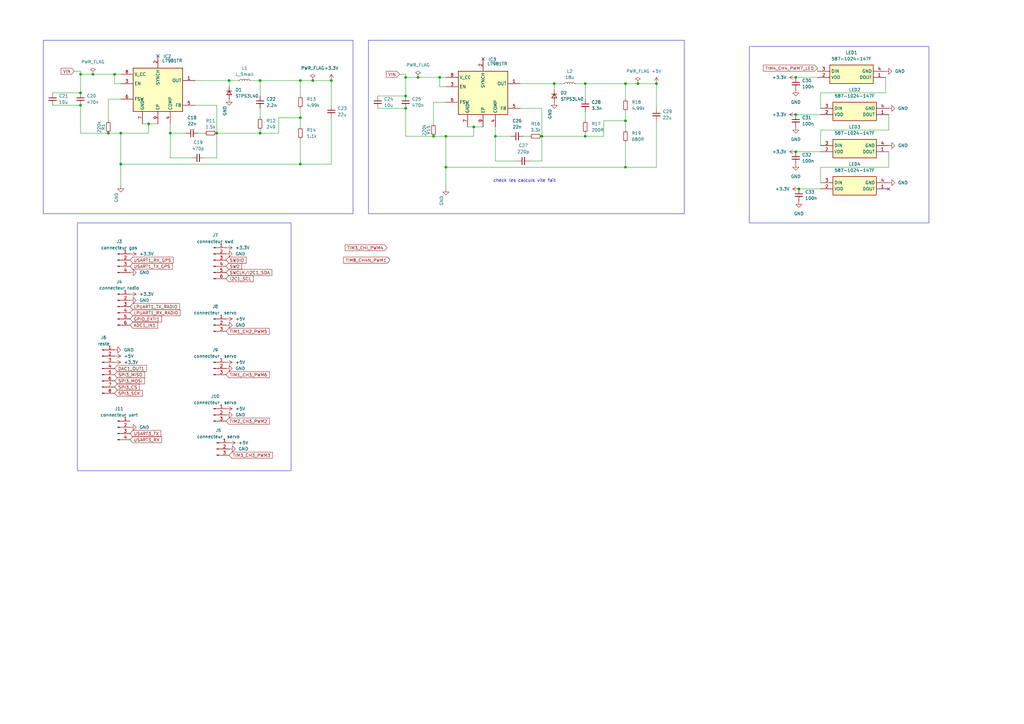
<source format=kicad_sch>
(kicad_sch (version 20231120) (generator "eeschema") (generator_version "8.0")
  (paper "A3")
  (lib_symbols
    (symbol "Connector:Conn_01x03_Pin" (pin_names (offset 1.016) hide)
      (property "Reference" "J" (at 0 5.08 0))
      (property "Value" "Conn_01x03_Pin" (at 0 -5.08 0))
      (symbol "Conn_01x03_Pin_1_1"
        (polyline (pts (xy 1.27 -2.54) (xy 0.8636 -2.54)) (stroke (width 0.1524)))
        (polyline (pts (xy 1.27 0) (xy 0.8636 0)) (stroke (width 0.1524)))
        (polyline (pts (xy 1.27 2.54) (xy 0.8636 2.54)) (stroke (width 0.1524)))
        (rectangle (start 0.8636 -2.413) (end 0 -2.667) (stroke (width 0.1524)) (fill (type outline)))
        (rectangle (start 0.8636 0.127) (end 0 -0.127) (stroke (width 0.1524)) (fill (type outline)))
        (rectangle (start 0.8636 2.667) (end 0 2.413) (stroke (width 0.1524)) (fill (type outline)))
        (pin passive line (at 5.08 2.54 180) (length 3.81) (name "Pin_1") (number "1"))
        (pin passive line (at 5.08 0 180) (length 3.81) (name "Pin_2") (number "2"))
        (pin passive line (at 5.08 -2.54 180) (length 3.81) (name "Pin_3") (number "3"))
      )
    )
    (symbol "Connector:Conn_01x04_Pin" (pin_names (offset 1.016) hide)
      (property "Reference" "J" (at 0 5.08 0))
      (property "Value" "Conn_01x04_Pin" (at 0 -7.62 0))
      (symbol "Conn_01x04_Pin_1_1"
        (polyline (pts (xy 1.27 -5.08) (xy 0.8636 -5.08)) (stroke (width 0.1524)))
        (polyline (pts (xy 1.27 -2.54) (xy 0.8636 -2.54)) (stroke (width 0.1524)))
        (polyline (pts (xy 1.27 0) (xy 0.8636 0)) (stroke (width 0.1524)))
        (polyline (pts (xy 1.27 2.54) (xy 0.8636 2.54)) (stroke (width 0.1524)))
        (rectangle (start 0.8636 -4.953) (end 0 -5.207) (stroke (width 0.1524)) (fill (type outline)))
        (rectangle (start 0.8636 -2.413) (end 0 -2.667) (stroke (width 0.1524)) (fill (type outline)))
        (rectangle (start 0.8636 0.127) (end 0 -0.127) (stroke (width 0.1524)) (fill (type outline)))
        (rectangle (start 0.8636 2.667) (end 0 2.413) (stroke (width 0.1524)) (fill (type outline)))
        (pin passive line (at 5.08 2.54 180) (length 3.81) (name "Pin_1") (number "1"))
        (pin passive line (at 5.08 0 180) (length 3.81) (name "Pin_2") (number "2"))
        (pin passive line (at 5.08 -2.54 180) (length 3.81) (name "Pin_3") (number "3"))
        (pin passive line (at 5.08 -5.08 180) (length 3.81) (name "Pin_4") (number "4"))
      )
    )
    (symbol "Connector:Conn_01x06_Pin" (pin_names (offset 1.016) hide)
      (property "Reference" "J" (at 0 7.62 0))
      (property "Value" "Conn_01x06_Pin" (at 0 -10.16 0))
      (symbol "Conn_01x06_Pin_1_1"
        (polyline (pts (xy 1.27 -7.62) (xy 0.8636 -7.62)) (stroke (width 0.1524)))
        (polyline (pts (xy 1.27 -5.08) (xy 0.8636 -5.08)) (stroke (width 0.1524)))
        (polyline (pts (xy 1.27 -2.54) (xy 0.8636 -2.54)) (stroke (width 0.1524)))
        (polyline (pts (xy 1.27 0) (xy 0.8636 0)) (stroke (width 0.1524)))
        (polyline (pts (xy 1.27 2.54) (xy 0.8636 2.54)) (stroke (width 0.1524)))
        (polyline (pts (xy 1.27 5.08) (xy 0.8636 5.08)) (stroke (width 0.1524)))
        (rectangle (start 0.8636 -7.493) (end 0 -7.747) (stroke (width 0.1524)) (fill (type outline)))
        (rectangle (start 0.8636 -4.953) (end 0 -5.207) (stroke (width 0.1524)) (fill (type outline)))
        (rectangle (start 0.8636 -2.413) (end 0 -2.667) (stroke (width 0.1524)) (fill (type outline)))
        (rectangle (start 0.8636 0.127) (end 0 -0.127) (stroke (width 0.1524)) (fill (type outline)))
        (rectangle (start 0.8636 2.667) (end 0 2.413) (stroke (width 0.1524)) (fill (type outline)))
        (rectangle (start 0.8636 5.207) (end 0 4.953) (stroke (width 0.1524)) (fill (type outline)))
        (pin passive line (at 5.08 5.08 180) (length 3.81) (name "Pin_1") (number "1"))
        (pin passive line (at 5.08 2.54 180) (length 3.81) (name "Pin_2") (number "2"))
        (pin passive line (at 5.08 0 180) (length 3.81) (name "Pin_3") (number "3"))
        (pin passive line (at 5.08 -2.54 180) (length 3.81) (name "Pin_4") (number "4"))
        (pin passive line (at 5.08 -5.08 180) (length 3.81) (name "Pin_5") (number "5"))
        (pin passive line (at 5.08 -7.62 180) (length 3.81) (name "Pin_6") (number "6"))
      )
    )
    (symbol "Connector:Conn_01x08_Pin" (pin_names (offset 1.016) hide)
      (property "Reference" "J" (at 0 10.16 0))
      (property "Value" "Conn_01x08_Pin" (at 0 -12.7 0))
      (symbol "Conn_01x08_Pin_1_1"
        (polyline (pts (xy 1.27 -10.16) (xy 0.8636 -10.16)) (stroke (width 0.1524)))
        (polyline (pts (xy 1.27 -7.62) (xy 0.8636 -7.62)) (stroke (width 0.1524)))
        (polyline (pts (xy 1.27 -5.08) (xy 0.8636 -5.08)) (stroke (width 0.1524)))
        (polyline (pts (xy 1.27 -2.54) (xy 0.8636 -2.54)) (stroke (width 0.1524)))
        (polyline (pts (xy 1.27 0) (xy 0.8636 0)) (stroke (width 0.1524)))
        (polyline (pts (xy 1.27 2.54) (xy 0.8636 2.54)) (stroke (width 0.1524)))
        (polyline (pts (xy 1.27 5.08) (xy 0.8636 5.08)) (stroke (width 0.1524)))
        (polyline (pts (xy 1.27 7.62) (xy 0.8636 7.62)) (stroke (width 0.1524)))
        (rectangle (start 0.8636 -10.033) (end 0 -10.287) (stroke (width 0.1524)) (fill (type outline)))
        (rectangle (start 0.8636 -7.493) (end 0 -7.747) (stroke (width 0.1524)) (fill (type outline)))
        (rectangle (start 0.8636 -4.953) (end 0 -5.207) (stroke (width 0.1524)) (fill (type outline)))
        (rectangle (start 0.8636 -2.413) (end 0 -2.667) (stroke (width 0.1524)) (fill (type outline)))
        (rectangle (start 0.8636 0.127) (end 0 -0.127) (stroke (width 0.1524)) (fill (type outline)))
        (rectangle (start 0.8636 2.667) (end 0 2.413) (stroke (width 0.1524)) (fill (type outline)))
        (rectangle (start 0.8636 5.207) (end 0 4.953) (stroke (width 0.1524)) (fill (type outline)))
        (rectangle (start 0.8636 7.747) (end 0 7.493) (stroke (width 0.1524)) (fill (type outline)))
        (pin passive line (at 5.08 7.62 180) (length 3.81) (name "Pin_1") (number "1"))
        (pin passive line (at 5.08 5.08 180) (length 3.81) (name "Pin_2") (number "2"))
        (pin passive line (at 5.08 2.54 180) (length 3.81) (name "Pin_3") (number "3"))
        (pin passive line (at 5.08 0 180) (length 3.81) (name "Pin_4") (number "4"))
        (pin passive line (at 5.08 -2.54 180) (length 3.81) (name "Pin_5") (number "5"))
        (pin passive line (at 5.08 -5.08 180) (length 3.81) (name "Pin_6") (number "6"))
        (pin passive line (at 5.08 -7.62 180) (length 3.81) (name "Pin_7") (number "7"))
        (pin passive line (at 5.08 -10.16 180) (length 3.81) (name "Pin_8") (number "8"))
      )
    )
    (symbol "Device:C_Small" (pin_numbers hide) (pin_names (offset 0.254) hide)
      (property "Reference" "C" (at 0.254 1.778 0))
      (property "Value" "C_Small" (at 0.254 -2.032 0))
      (symbol "C_Small_0_1"
        (polyline (pts (xy -1.524 -0.508) (xy 1.524 -0.508)) (stroke (width 0.3302)))
        (polyline (pts (xy -1.524 0.508) (xy 1.524 0.508)) (stroke (width 0.3048)))
      )
      (symbol "C_Small_1_1"
        (pin passive line (at 0 2.54 270) (length 2.032) (name "~") (number "1"))
        (pin passive line (at 0 -2.54 90) (length 2.032) (name "~") (number "2"))
      )
    )
    (symbol "Device:D_Small" (pin_numbers hide) (pin_names (offset 0.254) hide)
      (property "Reference" "D" (at -1.27 2.032 0))
      (property "Value" "D_Small" (at -3.81 -2.032 0))
      (symbol "D_Small_0_1"
        (polyline (pts (xy -0.762 -1.016) (xy -0.762 1.016)) (stroke (width 0.254)))
        (polyline (pts (xy -0.762 0) (xy 0.762 0)))
        (polyline (pts (xy 0.762 -1.016) (xy -0.762 0) (xy 0.762 1.016) (xy 0.762 -1.016)) (stroke (width 0.254)))
      )
      (symbol "D_Small_1_1"
        (pin passive line (at -2.54 0 0) (length 1.778) (name "K") (number "1"))
        (pin passive line (at 2.54 0 180) (length 1.778) (name "A") (number "2"))
      )
    )
    (symbol "Device:L_Small" (pin_numbers hide) (pin_names (offset 0.254) hide)
      (property "Reference" "L" (at 0.762 1.016 0))
      (property "Value" "L_Small" (at 0.762 -1.016 0))
      (symbol "L_Small_0_1"
        (arc (start 0 -2.032) (mid 0.5058 -1.524) (end 0 -1.016))
        (arc (start 0 -1.016) (mid 0.5058 -0.508) (end 0 0))
        (arc (start 0 0) (mid 0.5058 0.508) (end 0 1.016))
        (arc (start 0 1.016) (mid 0.5058 1.524) (end 0 2.032))
      )
      (symbol "L_Small_1_1"
        (pin passive line (at 0 2.54 270) (length 0.508) (name "~") (number "1"))
        (pin passive line (at 0 -2.54 90) (length 0.508) (name "~") (number "2"))
      )
    )
    (symbol "Device:R_Small" (pin_numbers hide) (pin_names (offset 0.254) hide)
      (property "Reference" "R" (at 0.762 0.508 0))
      (property "Value" "R_Small" (at 0.762 -1.016 0))
      (symbol "R_Small_0_1"
        (rectangle (start -0.762 1.778) (end 0.762 -1.778) (stroke (width 0.2032)))
      )
      (symbol "R_Small_1_1"
        (pin passive line (at 0 2.54 270) (length 0.762) (name "~") (number "1"))
        (pin passive line (at 0 -2.54 90) (length 0.762) (name "~") (number "2"))
      )
    )
    (symbol "L7981TR_1"
      (property "Reference" "IC" (at 26.67 7.62 0))
      (property "Value" "L7981TR" (at 26.67 5.08 0))
      (symbol "L7981TR_1_1_1"
        (rectangle (start 5.08 2.54) (end 25.4 -15.24) (stroke (width 0.254)) (fill (type background)))
        (pin passive line (at 30.48 -2.54 180) (length 5.08) (name "OUT") (number "1"))
        (pin passive line (at 15.24 7.62 270) (length 5.08) (name "SYNCH") (number "2"))
        (pin passive line (at 0 -3.81 0) (length 5.08) (name "EN") (number "3"))
        (pin passive line (at 20.32 -20.32 90) (length 5.08) (name "COMP") (number "4"))
        (pin passive line (at 30.48 -12.7 180) (length 5.08) (name "FB") (number "5"))
        (pin passive line (at 0 -10.16 0) (length 5.08) (name "FSW") (number "6"))
        (pin passive line (at 8.89 -20.32 90) (length 5.08) (name "GND") (number "7"))
        (pin passive line (at 0 0 0) (length 5.08) (name "V_CC") (number "8"))
        (pin passive line (at 15.24 -20.32 90) (length 5.08) (name "EP") (number "9"))
      )
    )
    (symbol "ledadressable2020:587-1024-147F"
      (property "Reference" "LED" (at 24.13 7.62 0))
      (property "Value" "587-1024-147F" (at 24.13 5.08 0))
      (symbol "587-1024-147F_1_1"
        (rectangle (start 5.08 2.54) (end 22.86 -5.08) (stroke (width 0.254)) (fill (type background)))
        (pin passive line (at 27.94 -2.54 180) (length 5.08) (name "DOUT") (number "1"))
        (pin passive line (at 0 -2.54 0) (length 5.08) (name "VDD") (number "2"))
        (pin passive line (at 0 0 0) (length 5.08) (name "DIN") (number "3"))
        (pin passive line (at 27.94 0 180) (length 5.08) (name "GND") (number "4"))
      )
    )
    (symbol "power:+3.3V" (power) (pin_numbers hide) (pin_names (offset 0) hide)
      (property "Value" "+3.3V" (at 0 3.556 0))
      (symbol "+3.3V_0_1"
        (polyline (pts (xy -0.762 1.27) (xy 0 2.54)))
        (polyline (pts (xy 0 0) (xy 0 2.54)))
        (polyline (pts (xy 0 2.54) (xy 0.762 1.27)))
      )
      (symbol "+3.3V_1_1"
        (pin power_in line (at 0 0 90) (length 0) (name "~") (number "1"))
      )
    )
    (symbol "power:+5V" (power) (pin_numbers hide) (pin_names (offset 0) hide)
      (property "Value" "+5V" (at 0 3.556 0))
      (symbol "+5V_0_1"
        (polyline (pts (xy -0.762 1.27) (xy 0 2.54)))
        (polyline (pts (xy 0 0) (xy 0 2.54)))
        (polyline (pts (xy 0 2.54) (xy 0.762 1.27)))
      )
      (symbol "+5V_1_1"
        (pin power_in line (at 0 0 90) (length 0) (name "~") (number "1"))
      )
    )
    (symbol "power:GND" (power) (pin_numbers hide) (pin_names (offset 0) hide)
      (property "Value" "GND" (at 0 -3.81 0))
      (symbol "GND_0_1"
        (polyline (pts (xy 0 0) (xy 0 -1.27) (xy 1.27 -1.27) (xy 0 -2.54) (xy -1.27 -1.27) (xy 0 -1.27)))
      )
      (symbol "GND_1_1"
        (pin power_in line (at 0 0 270) (length 0) (name "~") (number "1"))
      )
    )
    (symbol "power:PWR_FLAG" (power) (pin_numbers hide) (pin_names (offset 0) hide)
      (property "Value" "PWR_FLAG" (at 0 3.81 0))
      (symbol "PWR_FLAG_0_0"
        (pin power_out line (at 0 0 90) (length 0) (name "~") (number "1"))
      )
      (symbol "PWR_FLAG_0_1"
        (polyline (pts (xy 0 0) (xy 0 1.27) (xy -1.016 1.905) (xy 0 2.54) (xy 1.016 1.905) (xy 0 1.27)))
      )
    )
  )
  (junction (at 60.96 50.8))
  (junction (at 171.45 31.75))
  (junction (at 166.37 39.37))
  (junction (at 240.03 55.88))
  (junction (at 180.34 31.75))
  (junction (at 222.25 55.88))
  (junction (at 46.99 30.48))
  (junction (at 88.9 54.61))
  (junction (at 166.37 31.75))
  (junction (at 49.53 67.31))
  (junction (at 93.98 33.02))
  (junction (at 123.19 33.02))
  (junction (at 49.53 54.61))
  (junction (at 69.85 54.61))
  (junction (at 44.45 54.61))
  (junction (at 326.39 46.99))
  (junction (at 38.1 30.48))
  (junction (at 135.89 33.02))
  (junction (at 327.66 77.47))
  (junction (at 194.31 52.07))
  (junction (at 166.37 44.45))
  (junction (at 256.54 49.53))
  (junction (at 123.19 48.26))
  (junction (at 240.03 34.29))
  (junction (at 33.02 43.18))
  (junction (at 106.68 33.02))
  (junction (at 182.88 68.58))
  (junction (at 128.27 33.02))
  (junction (at 182.88 55.88))
  (junction (at 269.24 34.29))
  (junction (at 33.02 30.48))
  (junction (at 106.68 54.61))
  (junction (at 227.33 34.29))
  (junction (at 177.8 55.88))
  (junction (at 256.54 34.29))
  (junction (at 256.54 68.58))
  (junction (at 326.39 62.23))
  (junction (at 123.19 67.31))
  (junction (at 326.39 31.75))
  (junction (at 261.62 34.29))
  (junction (at 33.02 38.1))
  (junction (at 203.2 55.88))
  (no_connect (at 364.49 77.47))
  (no_connect (at 64.77 22.86))
  (no_connect (at 198.12 24.13))
  (wire (pts (xy 247.65 55.88) (xy 247.65 49.53)))
  (wire (pts (xy 336.55 53.34) (xy 336.55 59.69)))
  (wire (pts (xy 363.22 31.75) (xy 363.22 38.1)))
  (wire (pts (xy 69.85 54.61) (xy 76.2 54.61)))
  (wire (pts (xy 123.19 44.45) (xy 123.19 48.26)))
  (wire (pts (xy 33.02 29.21) (xy 30.48 29.21)))
  (wire (pts (xy 123.19 33.02) (xy 106.68 33.02)))
  (wire (pts (xy 177.8 41.91) (xy 177.8 50.8)))
  (wire (pts (xy 88.9 54.61) (xy 88.9 64.77)))
  (wire (pts (xy 336.55 46.99) (xy 326.39 46.99)))
  (wire (pts (xy 247.65 49.53) (xy 256.54 49.53)))
  (wire (pts (xy 240.03 34.29) (xy 240.03 40.64)))
  (wire (pts (xy 191.77 52.07) (xy 194.31 52.07)))
  (wire (pts (xy 80.01 33.02) (xy 93.98 33.02)))
  (wire (pts (xy 182.88 35.56) (xy 180.34 35.56)))
  (wire (pts (xy 166.37 30.48) (xy 163.83 30.48)))
  (wire (pts (xy 88.9 64.77) (xy 83.82 64.77)))
  (wire (pts (xy 222.25 44.45) (xy 222.25 55.88)))
  (wire (pts (xy 21.59 43.18) (xy 33.02 43.18)))
  (wire (pts (xy 33.02 43.18) (xy 33.02 54.61)))
  (wire (pts (xy 182.88 41.91) (xy 177.8 41.91)))
  (wire (pts (xy 49.53 34.29) (xy 46.99 34.29)))
  (wire (pts (xy 261.62 34.29) (xy 256.54 34.29)))
  (wire (pts (xy 38.1 30.48) (xy 33.02 30.48)))
  (wire (pts (xy 180.34 31.75) (xy 171.45 31.75)))
  (wire (pts (xy 222.25 55.88) (xy 240.03 55.88)))
  (wire (pts (xy 46.99 34.29) (xy 46.99 30.48)))
  (wire (pts (xy 182.88 77.47) (xy 182.88 68.58)))
  (wire (pts (xy 58.42 50.8) (xy 60.96 50.8)))
  (wire (pts (xy 44.45 54.61) (xy 49.53 54.61)))
  (wire (pts (xy 123.19 48.26) (xy 123.19 52.07)))
  (wire (pts (xy 106.68 54.61) (xy 106.68 53.34)))
  (wire (pts (xy 363.22 38.1) (xy 336.55 38.1)))
  (wire (pts (xy 194.31 52.07) (xy 198.12 52.07)))
  (wire (pts (xy 194.31 55.88) (xy 194.31 52.07)))
  (wire (pts (xy 123.19 67.31) (xy 49.53 67.31)))
  (wire (pts (xy 203.2 55.88) (xy 209.55 55.88)))
  (wire (pts (xy 364.49 46.99) (xy 364.49 53.34)))
  (wire (pts (xy 106.68 44.45) (xy 106.68 48.26)))
  (wire (pts (xy 269.24 34.29) (xy 261.62 34.29)))
  (wire (pts (xy 213.36 44.45) (xy 222.25 44.45)))
  (wire (pts (xy 154.94 39.37) (xy 166.37 39.37)))
  (wire (pts (xy 93.98 33.02) (xy 97.79 33.02)))
  (wire (pts (xy 78.74 64.77) (xy 69.85 64.77)))
  (wire (pts (xy 46.99 30.48) (xy 38.1 30.48)))
  (wire (pts (xy 256.54 58.42) (xy 256.54 68.58)))
  (wire (pts (xy 364.49 62.23) (xy 364.49 68.58)))
  (wire (pts (xy 49.53 30.48) (xy 46.99 30.48)))
  (wire (pts (xy 203.2 66.04) (xy 203.2 55.88)))
  (wire (pts (xy 182.88 68.58) (xy 182.88 55.88)))
  (wire (pts (xy 335.28 27.94) (xy 335.28 29.21)))
  (wire (pts (xy 256.54 68.58) (xy 269.24 68.58)))
  (wire (pts (xy 49.53 67.31) (xy 49.53 54.61)))
  (wire (pts (xy 227.33 34.29) (xy 227.33 36.83)))
  (wire (pts (xy 240.03 55.88) (xy 240.03 54.61)))
  (wire (pts (xy 336.55 38.1) (xy 336.55 44.45)))
  (wire (pts (xy 166.37 31.75) (xy 166.37 39.37)))
  (wire (pts (xy 212.09 66.04) (xy 203.2 66.04)))
  (wire (pts (xy 123.19 57.15) (xy 123.19 67.31)))
  (wire (pts (xy 171.45 31.75) (xy 166.37 31.75)))
  (wire (pts (xy 256.54 68.58) (xy 182.88 68.58)))
  (wire (pts (xy 60.96 54.61) (xy 60.96 50.8)))
  (wire (pts (xy 182.88 55.88) (xy 194.31 55.88)))
  (wire (pts (xy 102.87 33.02) (xy 106.68 33.02)))
  (wire (pts (xy 60.96 50.8) (xy 64.77 50.8)))
  (wire (pts (xy 166.37 30.48) (xy 166.37 31.75)))
  (wire (pts (xy 240.03 55.88) (xy 247.65 55.88)))
  (wire (pts (xy 326.39 31.75) (xy 335.28 31.75)))
  (wire (pts (xy 336.55 68.58) (xy 336.55 74.93)))
  (wire (pts (xy 114.3 48.26) (xy 123.19 48.26)))
  (wire (pts (xy 49.53 54.61) (xy 60.96 54.61)))
  (wire (pts (xy 203.2 55.88) (xy 203.2 52.07)))
  (wire (pts (xy 326.39 62.23) (xy 336.55 62.23)))
  (wire (pts (xy 135.89 43.18) (xy 135.89 33.02)))
  (wire (pts (xy 182.88 31.75) (xy 180.34 31.75)))
  (wire (pts (xy 123.19 67.31) (xy 135.89 67.31)))
  (wire (pts (xy 93.98 33.02) (xy 93.98 35.56)))
  (wire (pts (xy 256.54 49.53) (xy 256.54 53.34)))
  (wire (pts (xy 256.54 45.72) (xy 256.54 49.53)))
  (wire (pts (xy 114.3 54.61) (xy 114.3 48.26)))
  (wire (pts (xy 269.24 68.58) (xy 269.24 49.53)))
  (wire (pts (xy 240.03 45.72) (xy 240.03 49.53)))
  (wire (pts (xy 80.01 43.18) (xy 88.9 43.18)))
  (wire (pts (xy 123.19 39.37) (xy 123.19 33.02)))
  (wire (pts (xy 364.49 53.34) (xy 336.55 53.34)))
  (wire (pts (xy 49.53 76.2) (xy 49.53 67.31)))
  (wire (pts (xy 227.33 34.29) (xy 231.14 34.29)))
  (wire (pts (xy 106.68 54.61) (xy 114.3 54.61)))
  (wire (pts (xy 88.9 43.18) (xy 88.9 54.61)))
  (wire (pts (xy 81.28 54.61) (xy 83.82 54.61)))
  (wire (pts (xy 69.85 54.61) (xy 69.85 50.8)))
  (wire (pts (xy 327.66 77.47) (xy 336.55 77.47)))
  (wire (pts (xy 180.34 35.56) (xy 180.34 31.75)))
  (wire (pts (xy 128.27 33.02) (xy 123.19 33.02)))
  (wire (pts (xy 135.89 33.02) (xy 128.27 33.02)))
  (wire (pts (xy 154.94 44.45) (xy 166.37 44.45)))
  (wire (pts (xy 166.37 55.88) (xy 177.8 55.88)))
  (wire (pts (xy 88.9 54.61) (xy 106.68 54.61)))
  (wire (pts (xy 213.36 34.29) (xy 227.33 34.29)))
  (wire (pts (xy 33.02 30.48) (xy 33.02 38.1)))
  (wire (pts (xy 166.37 44.45) (xy 166.37 55.88)))
  (wire (pts (xy 214.63 55.88) (xy 217.17 55.88)))
  (wire (pts (xy 135.89 67.31) (xy 135.89 48.26)))
  (wire (pts (xy 236.22 34.29) (xy 240.03 34.29)))
  (wire (pts (xy 106.68 33.02) (xy 106.68 39.37)))
  (wire (pts (xy 364.49 68.58) (xy 336.55 68.58)))
  (wire (pts (xy 33.02 29.21) (xy 33.02 30.48)))
  (wire (pts (xy 256.54 34.29) (xy 240.03 34.29)))
  (wire (pts (xy 44.45 40.64) (xy 44.45 49.53)))
  (wire (pts (xy 177.8 55.88) (xy 182.88 55.88)))
  (wire (pts (xy 222.25 66.04) (xy 217.17 66.04)))
  (wire (pts (xy 69.85 64.77) (xy 69.85 54.61)))
  (wire (pts (xy 33.02 54.61) (xy 44.45 54.61)))
  (wire (pts (xy 49.53 40.64) (xy 44.45 40.64)))
  (wire (pts (xy 269.24 44.45) (xy 269.24 34.29)))
  (wire (pts (xy 21.59 38.1) (xy 33.02 38.1)))
  (wire (pts (xy 222.25 55.88) (xy 222.25 66.04)))
  (wire (pts (xy 256.54 40.64) (xy 256.54 34.29)))
  (rectangle (start 151.13 16.51) (end 280.67 87.63))
  (rectangle (start 307.34 19.05) (end 381 91.44))
  (rectangle (start 17.78 16.51) (end 144.78 87.63))
  (rectangle (start 31.75 91.44) (end 119.38 193.04))
  (text "check les calculs vite fait\n" (at 215.138 74.168 0) (effects (font (size 1.27 1.27))))
  (global_label "SWO" (shape input) (at 92.71 109.22 0) (property "Intersheetrefs" "${INTERSHEET_REFS}" (effects (hide yes))))
  (global_label "LPUART1_RX_RADIO" (shape input) (at 53.34 128.27 0) (property "Intersheetrefs" "${INTERSHEET_REFS}" (effects (hide yes))))
  (global_label "SWCLK{slash}I2C1_SDA" (shape input) (at 92.71 111.76 0) (property "Intersheetrefs" "${INTERSHEET_REFS}" (effects (hide yes))))
  (global_label "USART3_TX" (shape input) (at 53.34 177.8 0) (property "Intersheetrefs" "${INTERSHEET_REFS}" (effects (hide yes))))
  (global_label "TIM1_CH2_PWM5" (shape input) (at 92.71 135.89 0) (property "Intersheetrefs" "${INTERSHEET_REFS}" (effects (hide yes))))
  (global_label "USART1_TX_GPS" (shape input) (at 53.34 109.22 0) (property "Intersheetrefs" "${INTERSHEET_REFS}" (effects (hide yes))))
  (global_label "TIM3_CHI_PWM4" (shape input) (at 158.75 101.6 180) (property "Intersheetrefs" "${INTERSHEET_REFS}" (effects (hide yes))))
  (global_label "SPI3_MOSI" (shape input) (at 46.99 156.21 0) (property "Intersheetrefs" "${INTERSHEET_REFS}" (effects (hide yes))))
  (global_label "TIM1_CH3_PWM6" (shape input) (at 92.71 153.67 0) (property "Intersheetrefs" "${INTERSHEET_REFS}" (effects (hide yes))))
  (global_label "I2C1_SCL" (shape input) (at 92.71 114.3 0) (property "Intersheetrefs" "${INTERSHEET_REFS}" (effects (hide yes))))
  (global_label "USART1_RX_GPS" (shape input) (at 53.34 106.68 0) (property "Intersheetrefs" "${INTERSHEET_REFS}" (effects (hide yes))))
  (global_label "VIN" (shape input) (at 163.83 30.48 180) (property "Intersheetrefs" "${INTERSHEET_REFS}" (effects (hide yes))))
  (global_label "DAC1_OUT1" (shape input) (at 46.99 151.13 0) (property "Intersheetrefs" "${INTERSHEET_REFS}" (effects (hide yes))))
  (global_label "ADC1_IN1" (shape input) (at 53.34 133.35 0) (property "Intersheetrefs" "${INTERSHEET_REFS}" (effects (hide yes))))
  (global_label "SPI3_MISO" (shape input) (at 46.99 153.67 0) (property "Intersheetrefs" "${INTERSHEET_REFS}" (effects (hide yes))))
  (global_label "USART3_RX" (shape input) (at 53.34 180.34 0) (property "Intersheetrefs" "${INTERSHEET_REFS}" (effects (hide yes))))
  (global_label "TIM4_CH4_PWM7_LED" (shape input) (at 335.28 27.94 180) (property "Intersheetrefs" "${INTERSHEET_REFS}" (effects (hide yes))))
  (global_label "VIN" (shape input) (at 30.48 29.21 180) (property "Intersheetrefs" "${INTERSHEET_REFS}" (effects (hide yes))))
  (global_label "TIM8_CH4N_PWM1" (shape input) (at 160.02 106.68 180) (property "Intersheetrefs" "${INTERSHEET_REFS}" (effects (hide yes))))
  (global_label "TIM3_CH3_PWM3" (shape input) (at 93.98 186.69 0) (property "Intersheetrefs" "${INTERSHEET_REFS}" (effects (hide yes))))
  (global_label "SPI3_SCK" (shape input) (at 46.99 161.29 0) (property "Intersheetrefs" "${INTERSHEET_REFS}" (effects (hide yes))))
  (global_label "GPIO_EXTI1" (shape input) (at 53.34 130.81 0) (property "Intersheetrefs" "${INTERSHEET_REFS}" (effects (hide yes))))
  (global_label "SWDIO" (shape input) (at 92.71 106.68 0) (property "Intersheetrefs" "${INTERSHEET_REFS}" (effects (hide yes))))
  (global_label "TIM2_CH3_PWM2" (shape input) (at 92.71 172.72 0) (property "Intersheetrefs" "${INTERSHEET_REFS}" (effects (hide yes))))
  (global_label "LPUART1_TX_RADIO" (shape input) (at 53.34 125.73 0) (property "Intersheetrefs" "${INTERSHEET_REFS}" (effects (hide yes))))
  (global_label "SPI3_CS" (shape input) (at 46.99 158.75 0) (property "Intersheetrefs" "${INTERSHEET_REFS}" (effects (hide yes))))
  (symbol (lib_id "power:GND") (at 92.71 151.13 90) (unit 1)
    (property "Reference" "#PWR041" (effects (hide yes)))
    (property "Value" "GND" (at 96.52 151.1299 90) (effects (justify right)))
    (property "Description" "Power symbol creates a global label with name \"GND\" , ground" (effects (hide yes)))
  )
  (symbol (lib_id "Device:D_Small") (at 227.33 39.37 270) (unit 1)
    (property "Reference" "D2" (at 229.87 38.0999 90) (effects (justify left)))
    (property "Value" "STPS3L40" (at 229.87 40.6399 90) (effects (justify left)))
    (property "Description" "Diode, small symbol" (effects (hide yes)))
    (property "Sim.Device" "D" (effects (hide yes)))
    (property "Sim.Pins" "1=K 2=A" (effects (hide yes)))
  )
  (symbol (lib_id "power:+5V") (at 46.99 146.05 270) (unit 1)
    (property "Reference" "#PWR045" (effects (hide yes)))
    (property "Value" "+5V" (at 50.8 146.0499 90) (effects (justify left)))
    (property "Description" "Power symbol creates a global label with name \"+5V\"" (effects (hide yes)))
  )
  (symbol (lib_id "Device:C_Small") (at 326.39 34.29 0) (unit 1)
    (property "Reference" "C30" (at 328.93 33.0262 0) (effects (justify left)))
    (property "Value" "100n" (at 328.93 35.5662 0) (effects (justify left)))
    (property "Description" "Unpolarized capacitor, small symbol" (effects (hide yes)))
  )
  (symbol (lib_id "Device:C_Small") (at 33.02 40.64 0) (unit 1)
    (property "Reference" "C20" (at 35.56 39.3762 0) (effects (justify left)))
    (property "Value" "470n" (at 35.56 41.9162 0) (effects (justify left)))
    (property "Description" "Unpolarized capacitor, small symbol" (effects (hide yes)))
  )
  (symbol (lib_id "power:+3.3V") (at 326.39 62.23 90) (unit 1)
    (property "Reference" "#PWR053" (effects (hide yes)))
    (property "Value" "+3.3V" (at 322.58 62.2299 90) (effects (justify left)))
    (property "Description" "Power symbol creates a global label with name \"+3.3V\"" (effects (hide yes)))
  )
  (symbol (lib_id "Device:R_Small") (at 240.03 52.07 0) (unit 1)
    (property "Reference" "R17" (at 242.57 50.7999 0) (effects (justify left)))
    (property "Value" "200R" (at 242.57 53.3399 0) (effects (justify left)))
    (property "Description" "Resistor, small symbol" (effects (hide yes)))
  )
  (symbol (lib_id "power:+3.3V") (at 327.66 77.47 90) (unit 1)
    (property "Reference" "#PWR055" (effects (hide yes)))
    (property "Value" "+3.3V" (at 323.85 77.4699 90) (effects (justify left)))
    (property "Description" "Power symbol creates a global label with name \"+3.3V\"" (effects (hide yes)))
  )
  (symbol (lib_id "power:+5V") (at 269.24 34.29 0) (unit 1)
    (property "Reference" "#PWR029" (effects (hide yes)))
    (property "Value" "+5V" (at 269.24 29.21 0))
    (property "Description" "Power symbol creates a global label with name \"+5V\"" (effects (hide yes)))
  )
  (symbol (lib_id "power:GND") (at 93.98 184.15 90) (unit 1)
    (property "Reference" "#PWR040" (effects (hide yes)))
    (property "Value" "GND" (at 97.79 184.1499 90) (effects (justify right)))
    (property "Description" "Power symbol creates a global label with name \"GND\" , ground" (effects (hide yes)))
  )
  (symbol (lib_id "power:+5V") (at 92.71 148.59 270) (unit 1)
    (property "Reference" "#PWR037" (effects (hide yes)))
    (property "Value" "+5V" (at 96.52 148.5899 90) (effects (justify left)))
    (property "Description" "Power symbol creates a global label with name \"+5V\"" (effects (hide yes)))
  )
  (symbol (lib_id "power:GND") (at 53.34 111.76 90) (unit 1)
    (property "Reference" "#PWR049" (effects (hide yes)))
    (property "Value" "GND" (at 57.15 111.7599 90) (effects (justify right)))
    (property "Description" "Power symbol creates a global label with name \"GND\" , ground" (effects (hide yes)))
  )
  (symbol (lib_id "Device:C_Small") (at 326.39 49.53 0) (unit 1)
    (property "Reference" "C31" (at 328.93 48.2662 0) (effects (justify left)))
    (property "Value" "100n" (at 328.93 50.8062 0) (effects (justify left)))
    (property "Description" "Unpolarized capacitor, small symbol" (effects (hide yes)))
  )
  (symbol (lib_id "Connector:Conn_01x06_Pin") (at 87.63 106.68 0) (unit 1)
    (property "Reference" "J7" (at 88.265 96.52 0))
    (property "Value" "connecteur swd" (at 88.265 99.06 0))
    (property "Description" "Generic connector, single row, 01x06, script generated" (effects (hide yes)))
  )
  (symbol (lib_id "Device:C_Small") (at 78.74 54.61 90) (unit 1)
    (property "Reference" "C18" (at 78.7463 48.26 90))
    (property "Value" "22n" (at 78.7463 50.8 90))
    (property "Description" "Unpolarized capacitor, small symbol" (effects (hide yes)))
  )
  (symbol (lib_id "power:GND") (at 182.88 77.47 0) (unit 1)
    (property "Reference" "#PWR025" (effects (hide yes)))
    (property "Value" "GND" (at 181.102 80.264 90) (effects (justify right)))
    (property "Description" "Power symbol creates a global label with name \"GND\" , ground" (effects (hide yes)))
  )
  (symbol (lib_id "Device:R_Small") (at 256.54 43.18 0) (unit 1)
    (property "Reference" "R18" (at 259.08 41.9099 0) (effects (justify left)))
    (property "Value" "4.99k" (at 259.08 44.4499 0) (effects (justify left)))
    (property "Description" "Resistor, small symbol" (effects (hide yes)))
  )
  (symbol (lib_id "Device:C_Small") (at 21.59 40.64 0) (unit 1)
    (property "Reference" "C21" (at 24.13 39.3762 0) (effects (justify left)))
    (property "Value" "10u" (at 24.13 41.9162 0) (effects (justify left)))
    (property "Description" "Unpolarized capacitor, small symbol" (effects (hide yes)))
  )
  (symbol (lib_id "power:PWR_FLAG") (at 261.62 34.29 0) (unit 1)
    (property "Reference" "#FLG05" (effects (hide yes)))
    (property "Value" "PWR_FLAG" (at 261.62 29.21 0))
    (property "Description" "Special symbol for telling ERC where power comes from" (effects (hide yes)))
  )
  (symbol (lib_id "Device:R_Small") (at 106.68 50.8 0) (unit 1)
    (property "Reference" "R12" (at 109.22 49.5299 0) (effects (justify left)))
    (property "Value" "249" (at 109.22 52.0699 0) (effects (justify left)))
    (property "Description" "Resistor, small symbol" (effects (hide yes)))
  )
  (symbol (lib_id "power:GND") (at 46.99 143.51 90) (unit 1)
    (property "Reference" "#PWR044" (effects (hide yes)))
    (property "Value" "GND" (at 50.8 143.5099 90) (effects (justify right)))
    (property "Description" "Power symbol creates a global label with name \"GND\" , ground" (effects (hide yes)))
  )
  (symbol (lib_name "L7981TR_1") (lib_id "L7981TR:L7981TR") (at 182.88 31.75 0) (unit 1)
    (property "Reference" "IC3" (at 201.93 24.384 0))
    (property "Value" "L7981TR" (at 203.962 26.162 0))
    (property "Footprint" "SON50P300X300X100-9N-D" (effects (hide yes)))
    (property "Datasheet" "https://www.st.com/resource/en/datasheet/l7981.pdf" (effects (hide yes)))
    (property "Description" "Conv DC-DC 4.5V to 28V Synchronous Step Down Single-Out 0.6V to 28V 3A 8-Pin VFQFPN T/R" (effects (hide yes)))
    (property "Height" "1" (effects (hide yes)))
    (property "Manufacturer_Name" "STMicroelectronics" (effects (hide yes)))
    (property "Manufacturer_Part_Number" "L7981TR" (effects (hide yes)))
    (property "Mouser Part Number" "511-L7981TR" (effects (hide yes)))
    (property "Mouser Price/Stock" "https://www.mouser.co.uk/ProductDetail/STMicroelectronics/L7981TR?qs=G5few1MRhWqTaPtAUnDRAw%3D%3D" (effects (hide yes)))
    (property "Arrow Part Number" "L7981TR" (effects (hide yes)))
    (property "Arrow Price/Stock" "https://www.arrow.com/en/products/l7981tr/stmicroelectronics" (effects (hide yes)))
  )
  (symbol (lib_name "L7981TR_1") (lib_id "L7981TR:L7981TR") (at 49.53 30.48 0) (unit 1)
    (property "Reference" "IC2" (at 68.58 23.114 0))
    (property "Value" "L7981TR" (at 70.612 24.892 0))
    (property "Footprint" "SON50P300X300X100-9N-D" (effects (hide yes)))
    (property "Datasheet" "https://www.st.com/resource/en/datasheet/l7981.pdf" (effects (hide yes)))
    (property "Description" "Conv DC-DC 4.5V to 28V Synchronous Step Down Single-Out 0.6V to 28V 3A 8-Pin VFQFPN T/R" (effects (hide yes)))
    (property "Height" "1" (effects (hide yes)))
    (property "Manufacturer_Name" "STMicroelectronics" (effects (hide yes)))
    (property "Manufacturer_Part_Number" "L7981TR" (effects (hide yes)))
    (property "Mouser Part Number" "511-L7981TR" (effects (hide yes)))
    (property "Mouser Price/Stock" "https://www.mouser.co.uk/ProductDetail/STMicroelectronics/L7981TR?qs=G5few1MRhWqTaPtAUnDRAw%3D%3D" (effects (hide yes)))
    (property "Arrow Part Number" "L7981TR" (effects (hide yes)))
    (property "Arrow Price/Stock" "https://www.arrow.com/en/products/l7981tr/stmicroelectronics" (effects (hide yes)))
  )
  (symbol (lib_id "power:+3.3V") (at 326.39 31.75 90) (unit 1)
    (property "Reference" "#PWR031" (effects (hide yes)))
    (property "Value" "+3.3V" (at 322.58 31.7499 90) (effects (justify left)))
    (property "Description" "Power symbol creates a global label with name \"+3.3V\"" (effects (hide yes)))
  )
  (symbol (lib_id "Device:C_Small") (at 212.09 55.88 90) (unit 1)
    (property "Reference" "C26" (at 212.0963 49.53 90))
    (property "Value" "22n" (at 212.0963 52.07 90))
    (property "Description" "Unpolarized capacitor, small symbol" (effects (hide yes)))
  )
  (symbol (lib_id "ledadressable2020:587-1024-147F") (at 335.28 29.21 0) (unit 1)
    (property "Reference" "LED1" (at 349.25 21.59 0))
    (property "Value" "587-1024-147F" (at 349.25 24.13 0))
    (property "Footprint" "5871024147F" (effects (hide yes)))
    (property "Datasheet" "https://s3-us-west-2.amazonaws.com/catsy.557/Dialight_datasheet_587-1024-147F_Addressable_RGB.pdf" (effects (hide yes)))
    (property "Description" "Addressable Lighting 587 1 LED Discrete Red, Green, Blue (RGB) 2.00mm L x 2.00mm W" (effects (hide yes)))
    (property "Height" "0.9" (effects (hide yes)))
    (property "Manufacturer_Name" "Dialight" (effects (hide yes)))
    (property "Manufacturer_Part_Number" "587-1024-147F" (effects (hide yes)))
  )
  (symbol (lib_id "power:+5V") (at 92.71 167.64 270) (unit 1)
    (property "Reference" "#PWR038" (effects (hide yes)))
    (property "Value" "+5V" (at 96.52 167.6399 90) (effects (justify left)))
    (property "Description" "Power symbol creates a global label with name \"+5V\"" (effects (hide yes)))
  )
  (symbol (lib_id "power:GND") (at 364.49 74.93 90) (unit 1)
    (property "Reference" "#PWR060" (effects (hide yes)))
    (property "Value" "GND" (at 368.3 74.9299 90) (effects (justify right)))
    (property "Description" "Power symbol creates a global label with name \"GND\" , ground" (effects (hide yes)))
  )
  (symbol (lib_id "power:PWR_FLAG") (at 128.27 33.02 0) (unit 1)
    (property "Reference" "#FLG03" (effects (hide yes)))
    (property "Value" "PWR_FLAG" (at 128.27 27.94 0))
    (property "Description" "Special symbol for telling ERC where power comes from" (effects (hide yes)))
  )
  (symbol (lib_id "ledadressable2020:587-1024-147F") (at 336.55 59.69 0) (unit 1)
    (property "Reference" "LED3" (at 350.52 52.07 0))
    (property "Value" "587-1024-147F" (at 350.52 54.61 0))
    (property "Footprint" "5871024147F" (effects (hide yes)))
    (property "Datasheet" "https://s3-us-west-2.amazonaws.com/catsy.557/Dialight_datasheet_587-1024-147F_Addressable_RGB.pdf" (effects (hide yes)))
    (property "Description" "Addressable Lighting 587 1 LED Discrete Red, Green, Blue (RGB) 2.00mm L x 2.00mm W" (effects (hide yes)))
    (property "Height" "0.9" (effects (hide yes)))
    (property "Manufacturer_Name" "Dialight" (effects (hide yes)))
    (property "Manufacturer_Part_Number" "587-1024-147F" (effects (hide yes)))
  )
  (symbol (lib_id "Device:C_Small") (at 166.37 41.91 0) (unit 1)
    (property "Reference" "C25" (at 168.91 40.6462 0) (effects (justify left)))
    (property "Value" "470n" (at 168.91 43.1862 0) (effects (justify left)))
    (property "Description" "Unpolarized capacitor, small symbol" (effects (hide yes)))
  )
  (symbol (lib_id "power:+3.3V") (at 53.34 104.14 270) (unit 1)
    (property "Reference" "#PWR032" (effects (hide yes)))
    (property "Value" "+3.3V" (at 57.15 104.1399 90) (effects (justify left)))
    (property "Description" "Power symbol creates a global label with name \"+3.3V\"" (effects (hide yes)))
  )
  (symbol (lib_id "Device:L_Small") (at 100.33 33.02 90) (unit 1)
    (property "Reference" "L1" (at 100.33 27.94 90))
    (property "Value" "L_Small" (at 100.33 30.48 90))
    (property "Description" "Inductor, small symbol" (effects (hide yes)))
  )
  (symbol (lib_id "Connector:Conn_01x06_Pin") (at 48.26 125.73 0) (unit 1)
    (property "Reference" "J4" (at 48.895 115.57 0))
    (property "Value" "connecteur radio" (at 48.895 118.11 0))
    (property "Description" "Generic connector, single row, 01x06, script generated" (effects (hide yes)))
  )
  (symbol (lib_id "power:+5V") (at 93.98 181.61 270) (unit 1)
    (property "Reference" "#PWR039" (effects (hide yes)))
    (property "Value" "+5V" (at 97.79 181.6099 90) (effects (justify left)))
    (property "Description" "Power symbol creates a global label with name \"+5V\"" (effects (hide yes)))
  )
  (symbol (lib_id "Device:L_Small") (at 233.68 34.29 90) (unit 1)
    (property "Reference" "L2" (at 233.68 29.21 90))
    (property "Value" "18u" (at 233.68 31.75 90))
    (property "Description" "Inductor, small symbol" (effects (hide yes)))
  )
  (symbol (lib_id "Device:R_Small") (at 219.71 55.88 90) (unit 1)
    (property "Reference" "R16" (at 219.71 50.8 90))
    (property "Value" "3.3k" (at 219.71 53.34 90))
    (property "Description" "Resistor, small symbol" (effects (hide yes)))
  )
  (symbol (lib_id "power:GND") (at 227.33 41.91 0) (unit 1)
    (property "Reference" "#PWR028" (effects (hide yes)))
    (property "Value" "GND" (at 225.552 44.704 90) (effects (justify right)))
    (property "Description" "Power symbol creates a global label with name \"GND\" , ground" (effects (hide yes)))
  )
  (symbol (lib_id "Device:C_Small") (at 269.24 46.99 0) (unit 1)
    (property "Reference" "C29" (at 271.78 45.7262 0) (effects (justify left)))
    (property "Value" "22u" (at 271.78 48.2662 0) (effects (justify left)))
    (property "Description" "Unpolarized capacitor, small symbol" (effects (hide yes)))
  )
  (symbol (lib_id "power:+3.3V") (at 46.99 148.59 270) (unit 1)
    (property "Reference" "#PWR046" (effects (hide yes)))
    (property "Value" "+3.3V" (at 50.8 148.5899 90) (effects (justify left)))
    (property "Description" "Power symbol creates a global label with name \"+3.3V\"" (effects (hide yes)))
  )
  (symbol (lib_id "Device:C_Small") (at 214.63 66.04 90) (unit 1)
    (property "Reference" "C27" (at 214.6363 59.69 90))
    (property "Value" "220p" (at 214.6363 62.23 90))
    (property "Description" "Unpolarized capacitor, small symbol" (effects (hide yes)))
  )
  (symbol (lib_id "power:PWR_FLAG") (at 171.45 31.75 0) (unit 1)
    (property "Reference" "#FLG04" (effects (hide yes)))
    (property "Value" "PWR_FLAG" (at 171.45 26.67 0))
    (property "Description" "Special symbol for telling ERC where power comes from" (effects (hide yes)))
  )
  (symbol (lib_id "power:GND") (at 327.66 82.55 0) (unit 1)
    (property "Reference" "#PWR056" (effects (hide yes)))
    (property "Value" "GND" (at 327.66 87.63 0))
    (property "Description" "Power symbol creates a global label with name \"GND\" , ground" (effects (hide yes)))
  )
  (symbol (lib_id "Connector:Conn_01x03_Pin") (at 88.9 184.15 0) (unit 1)
    (property "Reference" "J5" (at 89.535 176.53 0))
    (property "Value" "connecteur  servo" (at 89.535 179.07 0))
    (property "Description" "Generic connector, single row, 01x03, script generated" (effects (hide yes)))
  )
  (symbol (lib_id "power:+3.3V") (at 135.89 33.02 0) (unit 1)
    (property "Reference" "#PWR024" (effects (hide yes)))
    (property "Value" "+3.3V" (at 135.89 27.94 0))
    (property "Description" "Power symbol creates a global label with name \"+3.3V\"" (effects (hide yes)))
  )
  (symbol (lib_id "Connector:Conn_01x04_Pin") (at 48.26 175.26 0) (unit 1)
    (property "Reference" "J11" (at 48.895 167.64 0))
    (property "Value" "connecteur uart" (at 48.895 170.18 0))
    (property "Description" "Generic connector, single row, 01x04, script generated" (effects (hide yes)))
  )
  (symbol (lib_id "power:GND") (at 326.39 52.07 0) (unit 1)
    (property "Reference" "#PWR052" (effects (hide yes)))
    (property "Value" "GND" (at 326.39 57.15 0))
    (property "Description" "Power symbol creates a global label with name \"GND\" , ground" (effects (hide yes)))
  )
  (symbol (lib_id "Device:R_Small") (at 44.45 52.07 0) (unit 1)
    (property "Reference" "R1" (at 42.418 52.07 90))
    (property "Value" "220k" (at 40.64 52.07 90))
    (property "Description" "Resistor, small symbol" (effects (hide yes)))
  )
  (symbol (lib_id "Device:C_Small") (at 326.39 64.77 0) (unit 1)
    (property "Reference" "C32" (at 328.93 63.5062 0) (effects (justify left)))
    (property "Value" "100n" (at 328.93 66.0462 0) (effects (justify left)))
    (property "Description" "Unpolarized capacitor, small symbol" (effects (hide yes)))
  )
  (symbol (lib_id "Device:C_Small") (at 135.89 45.72 0) (unit 1)
    (property "Reference" "C23" (at 138.43 44.4562 0) (effects (justify left)))
    (property "Value" "22u" (at 138.43 46.9962 0) (effects (justify left)))
    (property "Description" "Unpolarized capacitor, small symbol" (effects (hide yes)))
  )
  (symbol (lib_id "power:GND") (at 326.39 36.83 0) (unit 1)
    (property "Reference" "#PWR033" (effects (hide yes)))
    (property "Value" "GND" (at 326.39 41.91 0))
    (property "Description" "Power symbol creates a global label with name \"GND\" , ground" (effects (hide yes)))
  )
  (symbol (lib_id "Connector:Conn_01x03_Pin") (at 87.63 133.35 0) (unit 1)
    (property "Reference" "J8" (at 88.265 125.73 0))
    (property "Value" "connecteur  servo" (at 88.265 128.27 0))
    (property "Description" "Generic connector, single row, 01x03, script generated" (effects (hide yes)))
  )
  (symbol (lib_id "power:GND") (at 92.71 133.35 90) (unit 1)
    (property "Reference" "#PWR043" (effects (hide yes)))
    (property "Value" "GND" (at 96.52 133.3499 90) (effects (justify right)))
    (property "Description" "Power symbol creates a global label with name \"GND\" , ground" (effects (hide yes)))
  )
  (symbol (lib_id "Device:C_Small") (at 106.68 41.91 0) (unit 1)
    (property "Reference" "C22" (at 109.22 40.6462 0) (effects (justify left)))
    (property "Value" "2.2n" (at 109.22 43.1862 0) (effects (justify left)))
    (property "Description" "Unpolarized capacitor, small symbol" (effects (hide yes)))
  )
  (symbol (lib_id "Device:C_Small") (at 81.28 64.77 90) (unit 1)
    (property "Reference" "C19" (at 81.2863 58.42 90))
    (property "Value" "470p" (at 81.2863 60.96 90))
    (property "Description" "Unpolarized capacitor, small symbol" (effects (hide yes)))
  )
  (symbol (lib_id "Device:R_Small") (at 123.19 41.91 0) (unit 1)
    (property "Reference" "R13" (at 125.73 40.6399 0) (effects (justify left)))
    (property "Value" "4.99k" (at 125.73 43.1799 0) (effects (justify left)))
    (property "Description" "Resistor, small symbol" (effects (hide yes)))
  )
  (symbol (lib_id "Device:R_Small") (at 86.36 54.61 90) (unit 1)
    (property "Reference" "R11" (at 86.36 49.53 90))
    (property "Value" "1.5k" (at 86.36 52.07 90))
    (property "Description" "Resistor, small symbol" (effects (hide yes)))
  )
  (symbol (lib_id "power:GND") (at 92.71 170.18 90) (unit 1)
    (property "Reference" "#PWR042" (effects (hide yes)))
    (property "Value" "GND" (at 96.52 170.1799 90) (effects (justify right)))
    (property "Description" "Power symbol creates a global label with name \"GND\" , ground" (effects (hide yes)))
  )
  (symbol (lib_id "ledadressable2020:587-1024-147F") (at 336.55 74.93 0) (unit 1)
    (property "Reference" "LED4" (at 350.52 67.31 0))
    (property "Value" "587-1024-147F" (at 350.52 69.85 0))
    (property "Footprint" "5871024147F" (effects (hide yes)))
    (property "Datasheet" "https://s3-us-west-2.amazonaws.com/catsy.557/Dialight_datasheet_587-1024-147F_Addressable_RGB.pdf" (effects (hide yes)))
    (property "Description" "Addressable Lighting 587 1 LED Discrete Red, Green, Blue (RGB) 2.00mm L x 2.00mm W" (effects (hide yes)))
    (property "Height" "0.9" (effects (hide yes)))
    (property "Manufacturer_Name" "Dialight" (effects (hide yes)))
    (property "Manufacturer_Part_Number" "587-1024-147F" (effects (hide yes)))
  )
  (symbol (lib_id "power:+3.3V") (at 92.71 101.6 270) (unit 1)
    (property "Reference" "#PWR047" (effects (hide yes)))
    (property "Value" "+3.3V" (at 96.52 101.5999 90) (effects (justify left)))
    (property "Description" "Power symbol creates a global label with name \"+3.3V\"" (effects (hide yes)))
  )
  (symbol (lib_id "power:GND") (at 364.49 59.69 90) (unit 1)
    (property "Reference" "#PWR059" (effects (hide yes)))
    (property "Value" "GND" (at 368.3 59.6899 90) (effects (justify right)))
    (property "Description" "Power symbol creates a global label with name \"GND\" , ground" (effects (hide yes)))
  )
  (symbol (lib_id "power:GND") (at 363.22 29.21 90) (unit 1)
    (property "Reference" "#PWR057" (effects (hide yes)))
    (property "Value" "GND" (at 367.03 29.2099 90) (effects (justify right)))
    (property "Description" "Power symbol creates a global label with name \"GND\" , ground" (effects (hide yes)))
  )
  (symbol (lib_id "Device:R_Small") (at 256.54 55.88 0) (unit 1)
    (property "Reference" "R19" (at 259.08 54.6099 0) (effects (justify left)))
    (property "Value" "680R" (at 259.08 57.1499 0) (effects (justify left)))
    (property "Description" "Resistor, small symbol" (effects (hide yes)))
  )
  (symbol (lib_id "Device:R_Small") (at 123.19 54.61 0) (unit 1)
    (property "Reference" "R14" (at 125.73 53.3399 0) (effects (justify left)))
    (property "Value" "1.1k" (at 125.73 55.8799 0) (effects (justify left)))
    (property "Description" "Resistor, small symbol" (effects (hide yes)))
  )
  (symbol (lib_id "Device:C_Small") (at 240.03 43.18 0) (unit 1)
    (property "Reference" "C28" (at 242.57 41.9162 0) (effects (justify left)))
    (property "Value" "3.3n" (at 242.57 44.4562 0) (effects (justify left)))
    (property "Description" "Unpolarized capacitor, small symbol" (effects (hide yes)))
  )
  (symbol (lib_id "ledadressable2020:587-1024-147F") (at 336.55 44.45 0) (unit 1)
    (property "Reference" "LED2" (at 350.52 36.83 0))
    (property "Value" "587-1024-147F" (at 350.52 39.37 0))
    (property "Footprint" "5871024147F" (effects (hide yes)))
    (property "Datasheet" "https://s3-us-west-2.amazonaws.com/catsy.557/Dialight_datasheet_587-1024-147F_Addressable_RGB.pdf" (effects (hide yes)))
    (property "Description" "Addressable Lighting 587 1 LED Discrete Red, Green, Blue (RGB) 2.00mm L x 2.00mm W" (effects (hide yes)))
    (property "Height" "0.9" (effects (hide yes)))
    (property "Manufacturer_Name" "Dialight" (effects (hide yes)))
    (property "Manufacturer_Part_Number" "587-1024-147F" (effects (hide yes)))
  )
  (symbol (lib_id "Device:R_Small") (at 177.8 53.34 0) (unit 1)
    (property "Reference" "R15" (at 175.768 53.34 90))
    (property "Value" "220k" (at 173.99 53.34 90))
    (property "Description" "Resistor, small symbol" (effects (hide yes)))
  )
  (symbol (lib_id "Device:C_Small") (at 154.94 41.91 0) (unit 1)
    (property "Reference" "C24" (at 157.48 40.6462 0) (effects (justify left)))
    (property "Value" "10u" (at 157.48 43.1862 0) (effects (justify left)))
    (property "Description" "Unpolarized capacitor, small symbol" (effects (hide yes)))
  )
  (symbol (lib_id "power:GND") (at 326.39 67.31 0) (unit 1)
    (property "Reference" "#PWR054" (effects (hide yes)))
    (property "Value" "GND" (at 326.39 72.39 0))
    (property "Description" "Power symbol creates a global label with name \"GND\" , ground" (effects (hide yes)))
  )
  (symbol (lib_id "Device:C_Small") (at 327.66 80.01 0) (unit 1)
    (property "Reference" "C33" (at 330.2 78.7462 0) (effects (justify left)))
    (property "Value" "100n" (at 330.2 81.2862 0) (effects (justify left)))
    (property "Description" "Unpolarized capacitor, small symbol" (effects (hide yes)))
  )
  (symbol (lib_id "power:+3.3V") (at 53.34 120.65 270) (unit 1)
    (property "Reference" "#PWR034" (effects (hide yes)))
    (property "Value" "+3.3V" (at 57.15 120.6499 90) (effects (justify left)))
    (property "Description" "Power symbol creates a global label with name \"+3.3V\"" (effects (hide yes)))
  )
  (symbol (lib_id "power:GND") (at 53.34 123.19 90) (unit 1)
    (property "Reference" "#PWR035" (effects (hide yes)))
    (property "Value" "GND" (at 57.15 123.1899 90) (effects (justify right)))
    (property "Description" "Power symbol creates a global label with name \"GND\" , ground" (effects (hide yes)))
  )
  (symbol (lib_id "Connector:Conn_01x08_Pin") (at 41.91 151.13 0) (unit 1)
    (property "Reference" "J6" (at 42.545 138.43 0))
    (property "Value" "reste" (at 42.545 140.97 0))
    (property "Description" "Generic connector, single row, 01x08, script generated" (effects (hide yes)))
  )
  (symbol (lib_id "power:GND") (at 49.53 76.2 0) (unit 1)
    (property "Reference" "#PWR026" (effects (hide yes)))
    (property "Value" "GND" (at 47.752 78.994 90) (effects (justify right)))
    (property "Description" "Power symbol creates a global label with name \"GND\" , ground" (effects (hide yes)))
  )
  (symbol (lib_id "Connector:Conn_01x03_Pin") (at 87.63 170.18 0) (unit 1)
    (property "Reference" "J10" (at 88.265 162.56 0))
    (property "Value" "connecteur  servo" (at 88.265 165.1 0))
    (property "Description" "Generic connector, single row, 01x03, script generated" (effects (hide yes)))
  )
  (symbol (lib_id "power:GND") (at 364.49 44.45 90) (unit 1)
    (property "Reference" "#PWR058" (effects (hide yes)))
    (property "Value" "GND" (at 368.3 44.4499 90) (effects (justify right)))
    (property "Description" "Power symbol creates a global label with name \"GND\" , ground" (effects (hide yes)))
  )
  (symbol (lib_id "Device:D_Small") (at 93.98 38.1 270) (unit 1)
    (property "Reference" "D1" (at 96.52 36.8299 90) (effects (justify left)))
    (property "Value" "STPS3L40" (at 96.52 39.3699 90) (effects (justify left)))
    (property "Description" "Diode, small symbol" (effects (hide yes)))
    (property "Sim.Device" "D" (effects (hide yes)))
    (property "Sim.Pins" "1=K 2=A" (effects (hide yes)))
  )
  (symbol (lib_id "power:+5V") (at 92.71 130.81 270) (unit 1)
    (property "Reference" "#PWR036" (effects (hide yes)))
    (property "Value" "+5V" (at 96.52 130.8099 90) (effects (justify left)))
    (property "Description" "Power symbol creates a global label with name \"+5V\"" (effects (hide yes)))
  )
  (symbol (lib_id "power:+3.3V") (at 326.39 46.99 90) (unit 1)
    (property "Reference" "#PWR051" (effects (hide yes)))
    (property "Value" "+3.3V" (at 322.58 46.9899 90) (effects (justify left)))
    (property "Description" "Power symbol creates a global label with name \"+3.3V\"" (effects (hide yes)))
  )
  (symbol (lib_id "power:GND") (at 53.34 175.26 90) (unit 1)
    (property "Reference" "#PWR050" (effects (hide yes)))
    (property "Value" "GND" (at 57.15 175.2599 90) (effects (justify right)))
    (property "Description" "Power symbol creates a global label with name \"GND\" , ground" (effects (hide yes)))
  )
  (symbol (lib_id "power:GND") (at 93.98 40.64 0) (unit 1)
    (property "Reference" "#PWR027" (effects (hide yes)))
    (property "Value" "GND" (at 92.202 43.434 90) (effects (justify right)))
    (property "Description" "Power symbol creates a global label with name \"GND\" , ground" (effects (hide yes)))
  )
  (symbol (lib_id "power:PWR_FLAG") (at 38.1 30.48 0) (unit 1)
    (property "Reference" "#FLG02" (effects (hide yes)))
    (property "Value" "PWR_FLAG" (at 38.1 25.4 0))
    (property "Description" "Special symbol for telling ERC where power comes from" (effects (hide yes)))
  )
  (symbol (lib_id "Connector:Conn_01x04_Pin") (at 48.26 106.68 0) (unit 1)
    (property "Reference" "J3" (at 48.895 99.06 0))
    (property "Value" "connecteur gps" (at 48.895 101.6 0))
    (property "Description" "Generic connector, single row, 01x04, script generated" (effects (hide yes)))
  )
  (symbol (lib_id "Connector:Conn_01x03_Pin") (at 87.63 151.13 0) (unit 1)
    (property "Reference" "J9" (at 88.265 143.51 0))
    (property "Value" "connecteur  servo" (at 88.265 146.05 0))
    (property "Description" "Generic connector, single row, 01x03, script generated" (effects (hide yes)))
  )
  (symbol (lib_id "power:GND") (at 92.71 104.14 90) (unit 1)
    (property "Reference" "#PWR048" (effects (hide yes)))
    (property "Value" "GND" (at 96.52 104.1399 90) (effects (justify right)))
    (property "Description" "Power symbol creates a global label with name \"GND\" , ground" (effects (hide yes)))
  )
)
</source>
